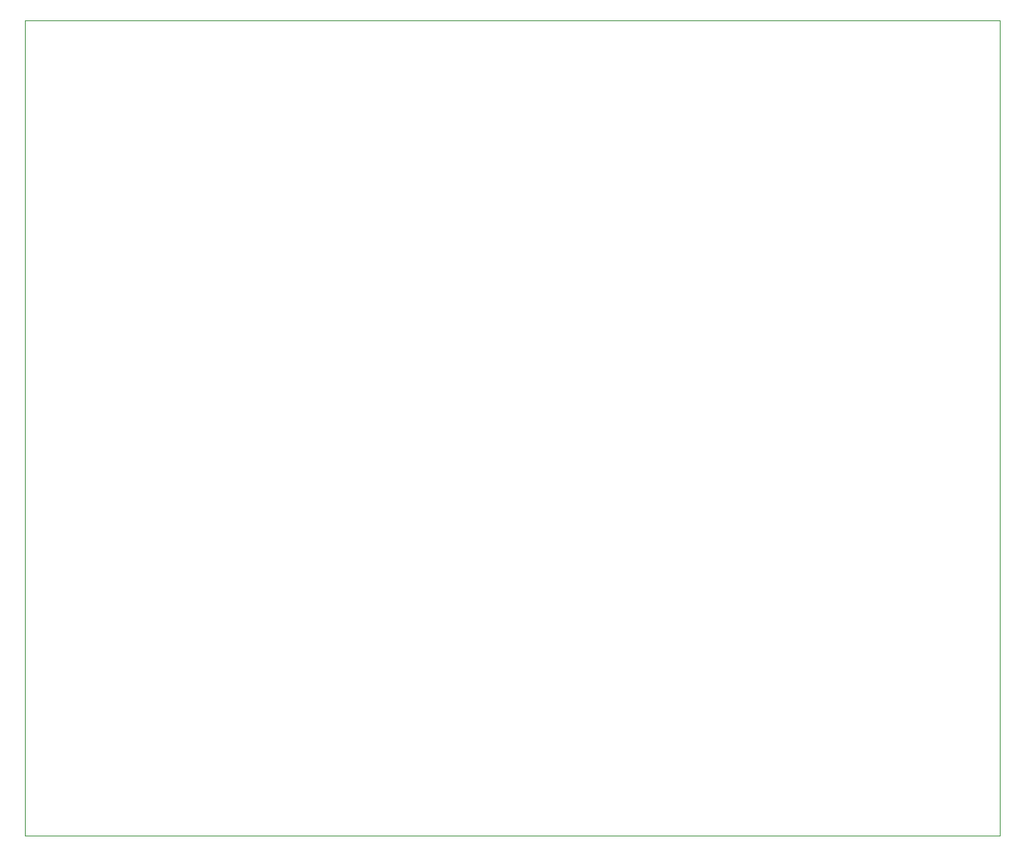
<source format=gbr>
G04 #@! TF.GenerationSoftware,KiCad,Pcbnew,(5.1.5-0-10_14)*
G04 #@! TF.CreationDate,2020-03-04T03:31:15+00:00*
G04 #@! TF.ProjectId,FunctionGeneratorCortexM4,46756e63-7469-46f6-9e47-656e65726174,rev?*
G04 #@! TF.SameCoordinates,Original*
G04 #@! TF.FileFunction,Profile,NP*
%FSLAX46Y46*%
G04 Gerber Fmt 4.6, Leading zero omitted, Abs format (unit mm)*
G04 Created by KiCad (PCBNEW (5.1.5-0-10_14)) date 2020-03-04 03:31:15*
%MOMM*%
%LPD*%
G04 APERTURE LIST*
%ADD10C,0.050000*%
G04 APERTURE END LIST*
D10*
X96520000Y-134620000D02*
X96520000Y-43180000D01*
X205740000Y-134620000D02*
X96520000Y-134620000D01*
X205740000Y-43180000D02*
X205740000Y-134620000D01*
X96520000Y-43180000D02*
X205740000Y-43180000D01*
M02*

</source>
